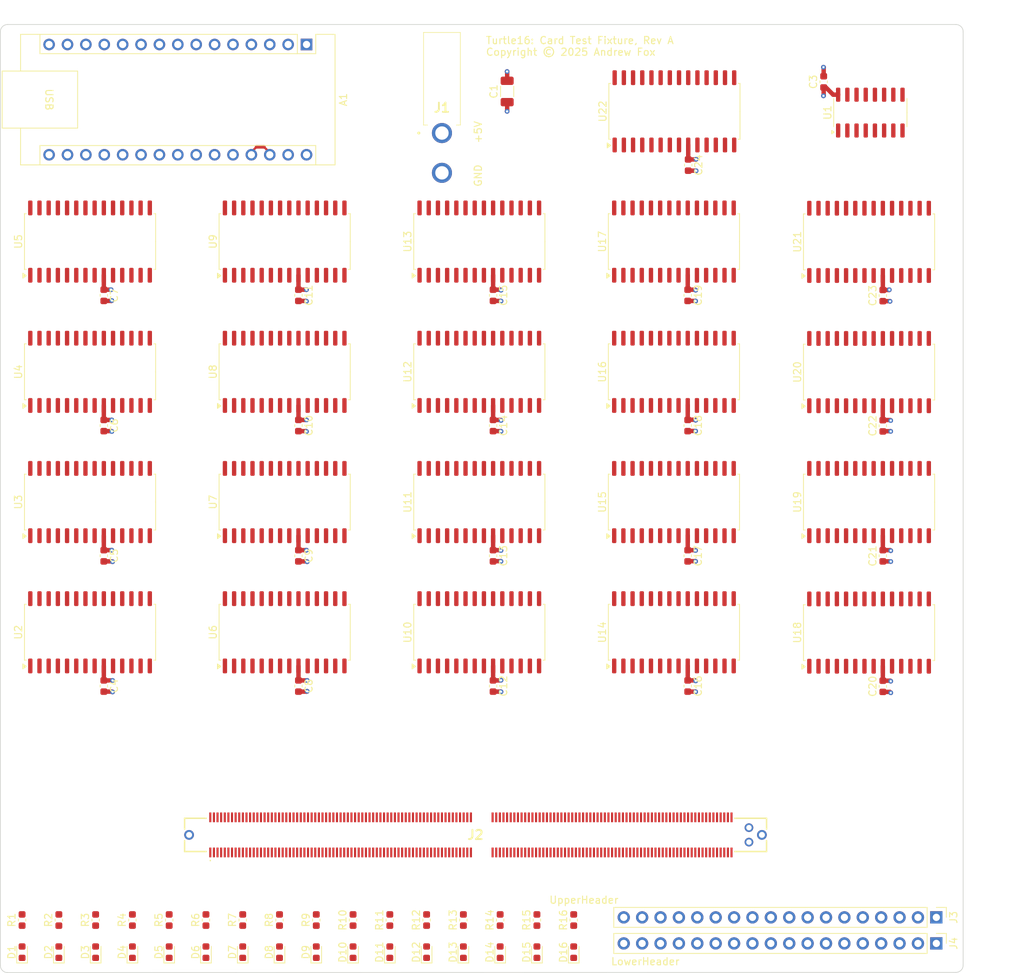
<source format=kicad_pcb>
(kicad_pcb (version 20241229) (generator "pcbnew") (generator_version "9.0")
  (title_block (title "Turtle16: Main Board") (date "2025-07-31") (rev "A") (comment 4 "Processor board of the Turtle16 sixteen-bit microcomputer"))
  (layers (0 "F.Cu" signal) (4 "In1.Cu" power) (6 "In2.Cu" signal) (8 "In3.Cu" power) (10 "In4.Cu" power) (2 "B.Cu" signal) (13 "F.Paste" user) (15 "B.Paste" user) (5 "F.SilkS" user "F.Silkscreen") (7 "B.SilkS" user "B.Silkscreen") (1 "F.Mask" user) (3 "B.Mask" user) (25 "Edge.Cuts" user))
  (net 0 "")
  (net 1 "GND")
  (net 2 "VCC")
  (net 4 "Net-(D1-K)")
  (net 11 "/Arduino/SSA0")
  (net 17 "/MOSI")
  (net 18 "/Arduino/SSA2")
  (net 19 "/MISO")
  (net 21 "/Arduino/SSA1")
  (net 22 "/Arduino/SS~{E}")
  (net 23 "/SCK")
  (net 25 "/~{RESET}")
  (net 29 "/GPIO280")
  (net 30 "/GPIO281")
  (net 31 "/GPIO282")
  (net 32 "Net-(D4-K)")
  (net 33 "/GPIO283")
  (net 34 "/GPIO284")
  (net 35 "Net-(D5-K)")
  (net 36 "/GPIO285")
  (net 37 "Net-(D6-K)")
  (net 38 "Net-(D7-K)")
  (net 39 "/GPIO286")
  (net 40 "/GPIO287")
  (net 41 "Net-(D8-K)")
  (net 42 "Net-(D9-K)")
  (net 43 "/GPIO288")
  (net 44 "Net-(D10-K)")
  (net 45 "/GPIO289")
  (net 46 "/GPIO290")
  (net 47 "Net-(D11-K)")
  (net 48 "/GPIO291")
  (net 49 "Net-(D12-K)")
  (net 50 "/GPIO292")
  (net 51 "Net-(D13-K)")
  (net 52 "Net-(D14-K)")
  (net 53 "/GPIO293")
  (net 54 "Net-(D15-K)")
  (net 55 "/GPIO294")
  (net 56 "/GPIO295")
  (net 57 "Net-(D16-K)")
  (net 58 "/GPIO278")
  (net 59 "/GPIO54")
  (net 60 "/GPIO181")
  (net 61 "/GPIO151")
  (net 62 "/GPIO87")
  (net 63 "/GPIO126")
  (net 64 "/GPIO94")
  (net 65 "/GPIO180")
  (net 66 "/GPIO62")
  (net 67 "/GPIO187")
  (net 68 "/GPIO41")
  (net 69 "/GPIO159")
  (net 70 "/GPIO116")
  (net 71 "/GPIO183")
  (net 72 "/GPIO217")
  (net 73 "/GPIO177")
  (net 74 "/GPIO133")
  (net 75 "/GPIO279")
  (net 76 "/GPIO142")
  (net 77 "/GPIO102")
  (net 78 "/GPIO47")
  (net 79 "/GPIO124")
  (net 80 "/GPIO16")
  (net 81 "/GPIO117")
  (net 82 "/GPIO268")
  (net 83 "/GPIO277")
  (net 84 "/GPIO243")
  (net 85 "/GPIO249")
  (net 86 "/GPIO107")
  (net 87 "/GPIO152")
  (net 88 "/GPIO229")
  (net 89 "/GPIO274")
  (net 90 "/GPIO66")
  (net 91 "/GPIO51")
  (net 92 "/GPIO28")
  (net 93 "/GPIO14")
  (net 94 "/GPIO226")
  (net 95 "/GPIO271")
  (net 96 "/GPIO216")
  (net 97 "/GPIO95")
  (net 98 "/GPIO264")
  (net 99 "/GPIO179")
  (net 100 "/GPIO260")
  (net 101 "/GPIO164")
  (net 102 "/GPIO43")
  (net 103 "/GPIO240")
  (net 104 "/GPIO23")
  (net 105 "/GPIO215")
  (net 106 "/GPIO63")
  (net 107 "/GPIO171")
  (net 108 "/GPIO136")
  (net 109 "/GPIO250")
  (net 110 "/GPIO118")
  (net 111 "/GPIO236")
  (net 112 "/GPIO238")
  (net 113 "/GPIO98")
  (net 114 "/GPIO245")
  (net 115 "/GPIO247")
  (net 116 "/GPIO38")
  (net 117 "/GPIO263")
  (net 118 "/GPIO248")
  (net 119 "/GPIO209")
  (net 120 "/GPIO92")
  (net 121 "/GPIO32")
  (net 122 "/GPIO275")
  (net 123 "/GPIO214")
  (net 124 "/GPIO189")
  (net 125 "/GPIO232")
  (net 126 "/GPIO99")
  (net 127 "/GPIO246")
  (net 128 "/GPIO18")
  (net 129 "/GPIO25")
  (net 130 "/GPIO86")
  (net 131 "/GPIO125")
  (net 132 "/GPIO114")
  (net 133 "/GPIO29")
  (net 134 "/GPIO115")
  (net 135 "/GPIO20")
  (net 136 "/GPIO26")
  (net 137 "/GPIO267")
  (net 138 "/GPIO175")
  (net 139 "/GPIO234")
  (net 140 "/GPIO194")
  (net 141 "/GPIO210")
  (net 142 "/GPIO202")
  (net 143 "/GPIO90")
  (net 144 "/GPIO172")
  (net 145 "/GPIO61")
  (net 146 "/GPIO242")
  (net 147 "/GPIO31")
  (net 148 "/GPIO188")
  (net 149 "/GPIO167")
  (net 150 "/GPIO89")
  (net 151 "/GPIO76")
  (net 152 "/GPIO93")
  (net 153 "/GPIO244")
  (net 154 "/GPIO262")
  (net 155 "/GPIO160")
  (net 156 "/GPIO67")
  (net 157 "/GPIO128")
  (net 158 "/GPIO85")
  (net 159 "/GPIO60")
  (net 160 "/GPIO64")
  (net 161 "/GPIO273")
  (net 162 "/GPIO27")
  (net 163 "/GPIO71")
  (net 164 "/GPIO97")
  (net 165 "/GPIO213")
  (net 166 "/GPIO203")
  (net 167 "/GPIO221")
  (net 168 "/GPIO201")
  (net 169 "/GPIO166")
  (net 170 "/GPIO55")
  (net 171 "/GPIO113")
  (net 172 "/GPIO173")
  (net 173 "/GPIO81")
  (net 174 "/GPIO57")
  (net 175 "/GPIO101")
  (net 176 "/GPIO110")
  (net 177 "/GPIO147")
  (net 178 "/GPIO165")
  (net 179 "/GPIO176")
  (net 180 "/GPIO168")
  (net 181 "/GPIO184")
  (net 182 "/GPIO127")
  (net 183 "/GPIO120")
  (net 184 "/GPIO200")
  (net 185 "/GPIO121")
  (net 186 "/GPIO37")
  (net 187 "/GPIO80")
  (net 188 "/GPIO186")
  (net 189 "/GPIO233")
  (net 190 "/GPIO254")
  (net 191 "/GPIO144")
  (net 192 "/GPIO256")
  (net 193 "/GPIO230")
  (net 194 "/GPIO169")
  (net 195 "/GPIO198")
  (net 196 "/GPIO157")
  (net 197 "/GPIO75")
  (net 198 "/GPIO239")
  (net 199 "/GPIO139")
  (net 200 "/GPIO1")
  (net 201 "/GPIO104")
  (net 202 "/GPIO204")
  (net 203 "/GPIO103")
  (net 204 "/GPIO35")
  (net 205 "/GPIO105")
  (net 206 "/GPIO48")
  (net 207 "/GPIO270")
  (net 208 "/GPIO228")
  (net 209 "/GPIO231")
  (net 210 "/GPIO223")
  (net 211 "/GPIO36")
  (net 212 "/GPIO208")
  (net 213 "/GPIO219")
  (net 214 "/GPIO131")
  (net 215 "/GPIO257")
  (net 216 "/GPIO109")
  (net 217 "/GPIO190")
  (net 218 "/GPIO100")
  (net 219 "/GPIO235")
  (net 220 "/GPIO261")
  (net 221 "/GPIO197")
  (net 222 "/GPIO119")
  (net 223 "/GPIO72")
  (net 224 "/GPIO162")
  (net 225 "/GPIO211")
  (net 226 "/GPIO108")
  (net 227 "/GPIO59")
  (net 228 "/GPIO53")
  (net 229 "/GPIO58")
  (net 230 "/GPIO193")
  (net 231 "/GPIO34")
  (net 232 "/GPIO170")
  (net 233 "/GPIO19")
  (net 234 "/GPIO253")
  (net 235 "/GPIO56")
  (net 236 "/GPIO185")
  (net 237 "/GPIO251")
  (net 238 "/GPIO191")
  (net 239 "/GPIO182")
  (net 240 "/GPIO141")
  (net 241 "/GPIO46")
  (net 242 "/GPIO49")
  (net 243 "/GPIO2")
  (net 244 "/GPIO77")
  (net 245 "/GPIO111")
  (net 246 "/GPIO207")
  (net 247 "/GPIO163")
  (net 248 "/GPIO44")
  (net 249 "/GPIO83")
  (net 250 "/GPIO224")
  (net 251 "/GPIO158")
  (net 252 "/GPIO153")
  (net 253 "/GPIO65")
  (net 254 "/GPIO143")
  (net 255 "/GPIO88")
  (net 256 "/GPIO17")
  (net 257 "/GPIO69")
  (net 258 "/GPIO276")
  (net 259 "/GPIO84")
  (net 260 "/GPIO96")
  (net 261 "/GPIO241")
  (net 262 "/GPIO178")
  (net 263 "/GPIO237")
  (net 264 "/GPIO134")
  (net 265 "/GPIO40")
  (net 266 "/GPIO220")
  (net 267 "/GPIO129")
  (net 268 "/GPIO52")
  (net 269 "/GPIO30")
  (net 270 "/GPIO15")
  (net 271 "/GPIO255")
  (net 272 "/GPIO269")
  (net 273 "/GPIO33")
  (net 274 "/GPIO24")
  (net 275 "/GPIO155")
  (net 276 "/GPIO135")
  (net 277 "/GPIO218")
  (net 278 "/GPIO22")
  (net 279 "/GPIO199")
  (net 280 "/GPIO258")
  (net 281 "/GPIO252")
  (net 282 "/GPIO259")
  (net 283 "/GPIO154")
  (net 284 "/GPIO161")
  (net 285 "/GPIO196")
  (net 286 "/GPIO122")
  (net 287 "/GPIO39")
  (net 288 "/GPIO21")
  (net 289 "/GPIO227")
  (net 290 "/GPIO50")
  (net 291 "/GPIO138")
  (net 292 "/GPIO148")
  (net 293 "/GPIO12")
  (net 294 "/GPIO13")
  (net 295 "/GPIO42")
  (net 296 "/GPIO156")
  (net 297 "/GPIO192")
  (net 298 "/GPIO112")
  (net 299 "/GPIO78")
  (net 300 "Net-(D2-K)")
  (net 301 "Net-(D3-K)")
  (net 302 "/GPIO74")
  (net 303 "/GPIO140")
  (net 304 "/GPIO70")
  (net 305 "/GPIO174")
  (net 306 "/GPIO225")
  (net 307 "/GPIO137")
  (net 308 "/GPIO45")
  (net 309 "/GPIO222")
  (net 310 "/GPIO205")
  (net 311 "/GPIO132")
  (net 312 "/GPIO272")
  (net 313 "/GPIO145")
  (net 314 "/GPIO266")
  (net 315 "/GPIO195")
  (net 316 "/GPIO68")
  (net 317 "/GPIO265")
  (net 318 "/GPIO212")
  (net 319 "/GPIO91")
  (net 320 "/GPIO106")
  (net 321 "/GPIO123")
  (net 322 "/GPIO0")
  (net 323 "/GPIO130")
  (net 324 "/GPIO206")
  (net 325 "/GPIO3")
  (net 326 "/GPIO150")
  (net 327 "/GPIO79")
  (net 328 "/GPIO82")
  (net 329 "/GPIO146")
  (net 330 "/GPIO73")
  (net 331 "/GPIO149")
  (net 332 "/GPIO316")
  (net 333 "/GPIO327")
  (net 334 "/GPIO317")
  (net 335 "/GPIO320")
  (net 336 "/GPIO312")
  (net 337 "/GPIO326")
  (net 338 "/GPIO319")
  (net 339 "/GPIO323")
  (net 340 "/GPIO314")
  (net 341 "/GPIO321")
  (net 342 "/GPIO315")
  (net 343 "/GPIO324")
  (net 344 "/GPIO325")
  (net 345 "/GPIO322")
  (net 346 "/GPIO313")
  (net 347 "/GPIO318")
  (net 348 "/GPIO307")
  (net 349 "/GPIO298")
  (net 350 "/GPIO306")
  (net 351 "/GPIO296")
  (net 352 "/GPIO311")
  (net 353 "/GPIO328")
  (net 354 "/GPIO303")
  (net 355 "/GPIO302")
  (net 356 "/GPIO300")
  (net 357 "/GPIO308")
  (net 358 "/GPIO310")
  (net 359 "/GPIO329")
  (net 360 "/GPIO301")
  (net 361 "/GPIO299")
  (net 362 "/GPIO297")
  (net 363 "/GPIO304")
  (net 364 "/GPIO305")
  (net 365 "/GPIO309")
  (net 366 "/~{SS}2")
  (net 367 "/~{SS}6")
  (net 368 "/~{SS}5")
  (net 369 "/~{SS}1")
  (net 370 "/~{SS}3")
  (net 371 "/~{SS}0")
  (net 372 "/~{SS}4")
  (net 373 "/~{SS}7")
  (net 374 "/GPIO10")
  (net 375 "/GPIO7")
  (net 376 "/GPIO8")
  (net 377 "/GPIO9")
  (net 378 "/GPIO6")
  (net 379 "/GPIO11")
  (net 380 "/GPIO5")
  (net 381 "/GPIO4")
  (net 430 "Net-(A1-+5V)")
  (footprint "Capacitor_SMD:C_0603_1608Metric" (layer "F.Cu") (at 88.08 153.1675 90)
    (property "Reference" "R2")
    (property "Value" "270R")
  )
  (footprint "Package_SO:SOIC-28W_7.5x17.9mm_P1.27mm" (layer "F.Cu") (at 200 95.4 90)
    (property "Reference" "U19")
    (property "Value" "MCP23S17_SO")
  )
  (footprint "Capacitor_SMD:C_0603_1608Metric" (layer "F.Cu") (at 174.95276 66.825 -90)
    (property "Reference" "C19")
    (property "Value" "0.1uF")
  )
  (footprint "Capacitor_SMD:C_0603_1608Metric" (layer "F.Cu") (at 103.32 153.1675 90)
    (property "Reference" "R5")
    (property "Value" "270R")
  )
  (footprint "LED_SMD:LED_0603_1608Metric" (layer "F.Cu") (at 103.32 157.6125 90)
    (property "Reference" "D5")
    (property "Value" "Red")
  )
  (footprint "Capacitor_SMD:C_0603_1608Metric" (layer "F.Cu") (at 174.95276 84.825 -90)
    (property "Reference" "C18")
    (property "Value" "0.1uF")
  )
  (footprint "Capacitor_SMD:C_0603_1608Metric" (layer "F.Cu") (at 128.72 153.1675 90)
    (property "Reference" "R10")
    (property "Value" "270R")
  )
  (footprint "Capacitor_SMD:C_0603_1608Metric" (layer "F.Cu") (at 159.2 153.1675 90)
    (property "Reference" "R16")
    (property "Value" "270R")
  )
  (footprint "Capacitor_SMD:C_0603_1608Metric" (layer "F.Cu") (at 175.01876 48.825 -90)
    (property "Reference" "C24")
    (property "Value" "0.1uF")
  )
  (footprint "Capacitor_SMD:C_0603_1608Metric" (layer "F.Cu") (at 201.905 102.825 -90)
    (property "Reference" "C21")
    (property "Value" "0.1uF")
  )
  (footprint "LED_SMD:LED_0603_1608Metric" (layer "F.Cu") (at 113.48 157.6125 90)
    (property "Reference" "D7")
    (property "Value" "Red")
  )
  (footprint "Capacitor_SMD:C_0603_1608Metric" (layer "F.Cu") (at 118.56 153.1675 90)
    (property "Reference" "R8")
    (property "Value" "270R")
  )
  (footprint "Package_SO:SOIC-28W_7.5x17.9mm_P1.27mm" (layer "F.Cu") (at 119.275279 77.4 90)
    (property "Reference" "U8")
    (property "Value" "MCP23S17_SO")
  )
  (footprint "Capacitor_SMD:C_0603_1608Metric" (layer "F.Cu") (at 93.16 153.1675 90)
    (property "Reference" "R3")
    (property "Value" "270R")
  )
  (footprint "Capacitor_SMD:C_0603_1608Metric" (layer "F.Cu") (at 148.06652 102.825 -90)
    (property "Reference" "C13")
    (property "Value" "0.1uF")
  )
  (footprint "Connector_PinHeader_2.54mm:PinHeader_1x18_P2.54mm_Vertical" (layer "F.Cu") (at 209.294039 152.8 -90)
    (property "Reference" "J3")
    (property "Value" "UpperHeader")
  )
  (footprint "Capacitor_SMD:C_0603_1608Metric" (layer "F.Cu") (at 138.88 153.1675 90)
    (property "Reference" "R12")
    (property "Value" "270R")
  )
  (footprint "LED_SMD:LED_0603_1608Metric" (layer "F.Cu") (at 143.96 157.6125 90)
    (property "Reference" "D13")
    (property "Value" "Red")
  )
  (footprint "LED_SMD:LED_0603_1608Metric" (layer "F.Cu") (at 83 157.6125 90)
    (property "Reference" "D1")
    (property "Value" "Red")
  )
  (footprint "LED_SMD:LED_0603_1608Metric" (layer "F.Cu") (at 88.08 157.6125 90)
    (property "Reference" "D2")
    (property "Value" "Red")
  )
  (footprint "Package_SO:SOIC-28W_7.5x17.9mm_P1.27mm" (layer "F.Cu") (at 173.04776 113.4 90)
    (property "Reference" "U14")
    (property "Value" "MCP23S17_SO")
  )
  (footprint "LED_SMD:LED_0603_1608Metric" (layer "F.Cu") (at 93.16 157.6125 90)
    (property "Reference" "D3")
    (property "Value" "Red")
  )
  (footprint "Package_SO:SOIC-28W_7.5x17.9mm_P1.27mm" (layer "F.Cu") (at 146.16152 59.4 90)
    (property "Reference" "U13")
    (property "Value" "MCP23S17_SO")
  )
  (footprint "Package_SO:SOIC-28W_7.5x17.9mm_P1.27mm" (layer "F.Cu") (at 92.389039 77.4 90)
    (property "Reference" "U4")
    (property "Value" "MCP23S17_SO")
  )
  (footprint "Capacitor_SMD:C_0603_1608Metric" (layer "F.Cu") (at 133.8 153.1675 90)
    (property "Reference" "R11")
    (property "Value" "270R")
  )
  (footprint "Connector_PinHeader_2.54mm:PinHeader_1x18_P2.54mm_Vertical" (layer "F.Cu") (at 209.294039 156.4 -90)
    (property "Reference" "J4")
    (property "Value" "LowerHeader")
  )
  (footprint "LED_SMD:LED_0603_1608Metric" (layer "F.Cu") (at 108.4 157.6125 90)
    (property "Reference" "D6")
    (property "Value" "Red")
  )
  (footprint "Capacitor_SMD:C_0603_1608Metric" (layer "F.Cu") (at 113.48 153.1675 90)
    (property "Reference" "R7")
    (property "Value" "270R")
  )
  (footprint "Package_SO:SOIC-28W_7.5x17.9mm_P1.27mm" (layer "F.Cu") (at 146.16152 95.4 90)
    (property "Reference" "U11")
    (property "Value" "MCP23S17_SO")
  )
  (footprint "Package_SO:SOIC-16_3.9x9.9mm_P1.27mm" (layer "F.Cu") (at 200.175 41.575 90)
    (property "Reference" "U1")
    (property "Value" "74HC138")
  )
  (footprint "Capacitor_SMD:C_0603_1608Metric" (layer "F.Cu") (at 94.294039 66.825 -90)
    (property "Reference" "C7")
    (property "Value" "0.1uF")
  )
  (footprint "NetTie:NetTie-2_SMD_Pad0.5mm" (layer "F.Cu") (at 115.9 46.3)
    (property "Reference" "NT1" (hide yes))
    (property "Value" "NetTie_2" (hide yes))
  )
  (footprint "Turtle16:MEC514001LDVW1K" (layer "F.Cu") (at 145.64391 141.4)
    (property "Reference" "J2")
    (property "Value" "MEC5-140-01-L-DV-W1-K" (hide yes))
  )
  (footprint "Package_SO:SOIC-28W_7.5x17.9mm_P1.27mm" (layer "F.Cu") (at 92.389039 113.4 90)
    (property "Reference" "U2")
    (property "Value" "MCP23S17_SO")
  )
  (footprint "Package_SO:SOIC-28W_7.5x17.9mm_P1.27mm" (layer "F.Cu") (at 200 77.4375 90)
    (property "Reference" "U20")
    (property "Value" "MCP23S17_SO")
  )
  (footprint "Package_SO:SOIC-28W_7.5x17.9mm_P1.27mm" (layer "F.Cu") (at 173.04776 77.4 90)
    (property "Reference" "U16")
    (property "Value" "MCP23S17_SO")
  )
  (footprint "Capacitor_SMD:C_0603_1608Metric" (layer "F.Cu") (at 148.06652 84.825 -90)
    (property "Reference" "C14")
    (property "Value" "0.1uF")
  )
  (footprint "LED_SMD:LED_0603_1608Metric" (layer "F.Cu") (at 128.72 157.6125 90)
    (property "Reference" "D10")
    (property "Value" "Red")
  )
  (footprint "Capacitor_SMD:C_0603_1608Metric" (layer "F.Cu") (at 123.64 153.1675 90)
    (property "Reference" "R9")
    (property "Value" "270R")
  )
  (footprint "Package_SO:SOIC-28W_7.5x17.9mm_P1.27mm" (layer "F.Cu") (at 92.389039 95.4 90)
    (property "Reference" "U3")
    (property "Value" "MCP23S17_SO")
  )
  (footprint "Capacitor_SMD:C_0603_1608Metric" (layer "F.Cu") (at 121.180279 66.825 -90)
    (property "Reference" "C11")
    (property "Value" "0.1uF")
  )
  (footprint "Capacitor_SMD:C_0603_1608Metric" (layer "F.Cu") (at 174.95276 120.825 -90)
    (property "Reference" "C16")
    (property "Value" "0.1uF")
  )
  (footprint "Capacitor_SMD:C_0603_1608Metric" (layer "F.Cu") (at 108.4 153.1675 90)
    (property "Reference" "R6")
    (property "Value" "270R")
  )
  (footprint "Package_SO:SOIC-28W_7.5x17.9mm_P1.27mm" (layer "F.Cu") (at 173.04776 95.4 90)
    (property "Reference" "U15")
    (property "Value" "MCP23S17_SO")
  )
  (footprint "Capacitor_SMD:C_0603_1608Metric" (layer "F.Cu") (at 143.96 153.1675 90)
    (property "Reference" "R13")
    (property "Value" "270R")
  )
  (footprint "Package_SO:SOIC-28W_7.5x17.9mm_P1.27mm" (layer "F.Cu") (at 146.16152 77.4 90)
    (property "Reference" "U12")
    (property "Value" "MCP23S17_SO")
  )
  (footprint "Capacitor_SMD:C_0603_1608Metric" (layer "F.Cu") (at 121.180279 84.825 -90)
    (property "Reference" "C10")
    (property "Value" "0.1uF")
  )
  (footprint "Capacitor_SMD:C_0603_1608Metric" (layer "F.Cu") (at 193.73 37.325 90)
    (property "Reference" "C3")
    (property "Value" "0.1uF")
  )
  (footprint "Package_SO:SOIC-28W_7.5x17.9mm_P1.27mm" (layer "F.Cu") (at 119.275279 95.4 90)
    (property "Reference" "U7")
    (property "Value" "MCP23S17_SO")
  )
  (footprint "Capacitor_SMD:C_0603_1608Metric" (layer "F.Cu") (at 148.06652 66.825 -90)
    (property "Reference" "C15")
    (property "Value" "0.1uF")
  )
  (footprint "Capacitor_SMD:C_0603_1608Metric" (layer "F.Cu") (at 83 153.1675 90)
    (property "Reference" "R1")
    (property "Value" "270R")
  )
  (footprint "Capacitor_SMD:C_0603_1608Metric" (layer "F.Cu") (at 174.95276 102.825 -90)
    (property "Reference" "C17")
    (property "Value" "0.1uF")
  )
  (footprint "Package_SO:SOIC-28W_7.5x17.9mm_P1.27mm" (layer "F.Cu") (at 119.275279 113.4 90)
    (property "Reference" "U6")
    (property "Value" "MCP23S17_SO")
  )
  (footprint "Capacitor_SMD:C_0603_1608Metric" (layer "F.Cu") (at 201.905 66.8625 -90)
    (property "Reference" "C23")
    (property "Value" "0.1uF")
  )
  (footprint "Package_SO:SOIC-28W_7.5x17.9mm_P1.27mm" (layer "F.Cu") (at 200 59.4375 90)
    (property "Reference" "U21")
    (property "Value" "MCP23S17_SO")
  )
  (footprint "LED_SMD:LED_0603_1608Metric" (layer "F.Cu") (at 154.12 157.6125 90)
    (property "Reference" "D15")
    (property "Value" "Red")
  )
  (footprint "LED_SMD:LED_0603_1608Metric" (layer "F.Cu") (at 133.8 157.6125 90)
    (property "Reference" "D11")
    (property "Value" "Red")
  )
  (footprint "LED_SMD:LED_0603_1608Metric" (layer "F.Cu") (at 118.56 157.6125 90)
    (property "Reference" "D8")
    (property "Value" "Red")
  )
  (footprint "Capacitor_SMD:C_0603_1608Metric" (layer "F.Cu") (at 148.06652 120.825 -90)
    (property "Reference" "C12")
    (property "Value" "0.1uF")
  )
  (footprint "Package_SO:SOIC-28W_7.5x17.9mm_P1.27mm" (layer "F.Cu") (at 92.389039 59.4 90)
    (property "Reference" "U5")
    (property "Value" "MCP23S17_SO")
  )
  (footprint "LED_SMD:LED_0603_1608Metric" (layer "F.Cu") (at 159.2 157.6125 90)
    (property "Reference" "D16")
    (property "Value" "Red")
  )
  (footprint "Package_SO:SOIC-28W_7.5x17.9mm_P1.27mm" (layer "F.Cu") (at 173.11376 41.4 90)
    (property "Reference" "U22")
    (property "Value" "MCP23S17_SO")
  )
  (footprint "Package_SO:SOIC-28W_7.5x17.9mm_P1.27mm" (layer "F.Cu") (at 119.275279 59.4 90)
    (property "Reference" "U9")
    (property "Value" "MCP23S17_SO")
  )
  (footprint "Capacitor_SMD:C_1206_3216Metric" (layer "F.Cu") (at 150.007594 38.653038 90)
    (property "Reference" "C1")
    (property "Value" "100uF")
  )
  (footprint "Capacitor_SMD:C_0603_1608Metric" (layer "F.Cu") (at 94.294039 120.825 -90)
    (property "Reference" "C4")
    (property "Value" "0.1uF")
  )
  (footprint "Capacitor_SMD:C_0603_1608Metric" (layer "F.Cu") (at 94.294039 102.825 -90)
    (property "Reference" "C5")
    (property "Value" "0.1uF")
  )
  (footprint "Module:Arduino_Nano" (layer "F.Cu") (at 122.294039 32.16 -90)
    (property "Reference" "A1")
    (property "Value" "Arduino_Nano_Every")
  )
  (footprint "Capacitor_SMD:C_0603_1608Metric" (layer "F.Cu") (at 154.12 153.1675 90)
    (property "Reference" "R15")
    (property "Value" "270R")
  )
  (footprint "Package_SO:SOIC-28W_7.5x17.9mm_P1.27mm" (layer "F.Cu") (at 173.04776 59.4 90)
    (property "Reference" "U17")
    (property "Value" "MCP23S17_SO")
  )
  (footprint "Turtle16:172448-0002" (layer "F.Cu") (at 141 44.4 180)
    (property "Reference" "J1")
    (property "Value" "Power" (hide yes))
  )
  (footprint "Capacitor_SMD:C_0603_1608Metric" (layer "F.Cu") (at 121.180279 120.825 -90)
    (property "Reference" "C8")
    (property "Value" "0.1uF")
  )
  (footprint "LED_SMD:LED_0603_1608Metric" (layer "F.Cu") (at 123.64 157.6125 90)
    (property "Reference" "D9")
    (property "Value" "Red")
  )
  (footprint "LED_SMD:LED_0603_1608Metric" (layer "F.Cu") (at 149.04 157.6125 90)
    (property "Reference" "D14")
    (property "Value" "Red")
  )
  (footprint "Package_SO:SOIC-28W_7.5x17.9mm_P1.27mm" (layer "F.Cu") (at 200 113.4375 90)
    (property "Reference" "U18")
    (property "Value" "MCP23S17_SO")
  )
  (footprint "Capacitor_SMD:C_0603_1608Metric" (layer "F.Cu") (at 201.905 84.8625 -90)
    (property "Reference" "C22")
    (property "Value" "0.1uF")
  )
  (footprint "Capacitor_SMD:C_0603_1608Metric" (layer "F.Cu") (at 98.24 153.1675 90)
    (property "Reference" "R4")
    (property "Value" "270R")
  )
  (footprint "LED_SMD:LED_0603_1608Metric" (layer "F.Cu") (at 138.88 157.6125 90)
    (property "Reference" "D12")
    (property "Value" "Red")
  )
  (footprint "Capacitor_SMD:C_0603_1608Metric" (layer "F.Cu") (at 121.180279 102.825 -90)
    (property "Reference" "C9")
    (property "Value" "0.1uF")
  )
  (footprint "Capacitor_SMD:C_0603_1608Metric" (layer "F.Cu") (at 94.294039 84.825 -90)
    (property "Reference" "C6")
    (property "Value" "0.1uF")
  )
  (footprint "Capacitor_SMD:C_0603_1608Metric" (layer "F.Cu") (at 201.905 120.8625 -90)
    (property "Reference" "C20")
    (property "Value" "0.1uF")
  )
  (footprint "LED_SMD:LED_0603_1608Metric" (layer "F.Cu") (at 98.24 157.6125 90)
    (property "Reference" "D4")
    (property "Value" "Red")
  )
  (footprint "Capacitor_SMD:C_0603_1608Metric" (layer "F.Cu") (at 149.04 153.1675 90)
    (property "Reference" "R14")
    (property "Value" "270R")
  )
  (footprint "Package_SO:SOIC-28W_7.5x17.9mm_P1.27mm" (layer "F.Cu") (at 146.16152 113.4 90)
    (property "Reference" "U10")
    (property "Value" "MCP23S17_SO")
  )
  (gr_line (start 212.000269 160.400269) (end 81.001951 160.435546) (stroke (width 0.1)) (layer "Edge.Cuts"))
  (gr_arc (start 80.000013 30.400013) (mid 80.292902 29.692898) (end 81.000013 29.4) (stroke (width 0.1)) (layer "Edge.Cuts"))
  (gr_line (start 80.000013 30.400013) (end 80.001682 159.435559) (stroke (width 0.1)) (layer "Edge.Cuts"))
  (gr_arc (start 81.001951 160.435546) (mid 80.294675 160.142753) (end 80.001682 159.435559) (stroke (width 0.1)) (layer "Edge.Cuts"))
  (gr_line (start 81.000013 29.4) (end 212 29.4) (stroke (width 0.1)) (layer "Edge.Cuts"))
  (gr_arc (start 213 159.400269) (mid 212.707213 160.107301) (end 212.000269 160.400269) (stroke (width 0.1)) (layer "Edge.Cuts"))
  (gr_line (start 213 30.4) (end 213 159.400269) (stroke (width 0.1)) (layer "Edge.Cuts"))
  (gr_arc (start 212 29.4) (mid 212.707107 29.692893) (end 213 30.4) (stroke (width 0.1)) (layer "Edge.Cuts"))
  (gr_text "GND" (at 146 51.9 90) (layer "F.SilkS") (effects (font (size 1 1)) (justify left)))
  (gr_text "Turtle16: Card Test Fixture, Rev A\nCopyright © 2025 Andrew Fox" (at 147 32.4 0) (layer "F.SilkS") (effects (font (size 1 1)) (justify left)))
  (gr_text "+5V" (at 146 45.9 90) (layer "F.SilkS") (effects (font (size 1 1)) (justify left)))
  (segment (start 122.330279 103.6) (end 122.380279 103.65) (width 0.6096) (layer "F.Cu") (net 1))
  (segment (start 201.905 67.6375) (end 202.875444 67.6375) (width 0.6096) (layer "F.Cu") (net 1))
  (segment (start 150.007594 37.178038) (end 150.007594 35.907594) (width 0.6096) (layer "F.Cu") (net 1))
  (segment (start 150.007594 35.907594) (end 150 35.9) (width 0.6096) (layer "F.Cu") (net 1))
  (segment (start 201.897406 85.609462) (end 202.96785 85.609462) (width 0.6096) (layer "F.Cu") (net 1))
  (segment (start 94.294039 67.6) (end 95.344039 67.6) (width 0.6096) (layer "F.Cu") (net 1))
  (segment (start 94.294039 103.6) (end 95.444039 103.6) (width 0.6096) (layer "F.Cu") (net 1))
  (segment (start 174.95276 67.6) (end 176.023204 67.6) (width 0.6096) (layer "F.Cu") (net 1))
  (segment (start 122.230279 85.6) (end 122.280279 85.65) (width 0.6096) (layer "F.Cu") (net 1))
  (segment (start 201.905 121.6375) (end 202.875444 121.6375) (width 0.6096) (layer "F.Cu") (net 1))
  (segment (start 148.06652 67.6) (end 149.136964 67.6) (width 0.6096) (layer "F.Cu") (net 1))
  (segment (start 94.294039 121.6) (end 95.444039 121.6) (width 0.6096) (layer "F.Cu") (net 1))
  (segment (start 175.01876 49.6) (end 176.089204 49.6) (width 0.6096) (layer "F.Cu") (net 1))
  (segment (start 176.089204 49.6) (end 176.111166 49.621962) (width 0.6096) (layer "F.Cu") (net 1))
  (segment (start 148.06652 121.6) (end 149.136964 121.6) (width 0.6096) (layer "F.Cu") (net 1))
  (segment (start 202.875444 121.6375) (end 202.997406 121.759462) (width 0.6096) (layer "F.Cu") (net 1))
  (segment (start 149.136964 121.6) (end 149.158926 121.621962) (width 0.6096) (layer "F.Cu") (net 1))
  (segment (start 201.905 103.6) (end 202.975444 103.6) (width 0.6096) (layer "F.Cu") (net 1))
  (segment (start 121.180279 85.6) (end 122.230279 85.6) (width 0.6096) (layer "F.Cu") (net 1))
  (segment (start 149.136964 67.6) (end 149.158926 67.621962) (width 0.6096) (layer "F.Cu") (net 1))
  (segment (start 176.023204 67.6) (end 176.045166 67.621962) (width 0.6096) (layer "F.Cu") (net 1))
  (segment (start 94.294039 85.6) (end 95.344039 85.6) (width 0.6096) (layer "F.Cu") (net 1))
  (segment (start 148.058926 103.571962) (end 149.12937 103.571962) (width 0.6096) (layer "F.Cu") (net 1))
  (segment (start 95.444039 103.6) (end 95.494039 103.65) (width 0.6096) (layer "F.Cu") (net 1))
  (segment (start 121.180279 67.6) (end 122.230279 67.6) (width 0.6096) (layer "F.Cu") (net 1))
  (segment (start 174.95276 85.571962) (end 176.023204 85.571962) (width 0.6096) (layer "F.Cu") (net 1))
  (segment (start 95.344039 67.6) (end 95.394039 67.55) (width 0.6096) (layer "F.Cu") (net 1))
  (segment (start 193.73 36.55) (end 193.73 35.33) (width 0.6096) (layer "F.Cu") (net 1))
  (segment (start 202.975444 103.6) (end 202.997406 103.621962) (width 0.6096) (layer "F.Cu") (net 1))
  (segment (start 95.444039 121.6) (end 95.494039 121.65) (width 0.6096) (layer "F.Cu") (net 1))
  (segment (start 122.230279 67.6) (end 122.280279 67.65) (width 0.6096) (layer "F.Cu") (net 1))
  (segment (start 174.95276 121.6) (end 176.023204 121.6) (width 0.6096) (layer "F.Cu") (net 1))
  (segment (start 121.180279 121.6) (end 122.330279 121.6) (width 0.6096) (layer "F.Cu") (net 1))
  (segment (start 202.875444 67.6375) (end 202.897406 67.659462) (width 0.6096) (layer "F.Cu") (net 1))
  (segment (start 176.023204 121.6) (end 176.045166 121.621962) (width 0.6096) (layer "F.Cu") (net 1))
  (segment (start 149.136964 85.6) (end 149.158926 85.621962) (width 0.6096) (layer "F.Cu") (net 1))
  (segment (start 121.180279 103.6) (end 122.330279 103.6) (width 0.6096) (layer "F.Cu") (net 1))
  (segment (start 193.73 35.33) (end 193.7 35.3) (width 0.6096) (layer "F.Cu") (net 1))
  (segment (start 174.945166 103.571962) (end 176.01561 103.571962) (width 0.6096) (layer "F.Cu") (net 1))
  (segment (start 122.330279 121.6) (end 122.380279 121.55) (width 0.6096) (layer "F.Cu") (net 1))
  (segment (start 95.344039 85.6) (end 95.394039 85.65) (width 0.6096) (layer "F.Cu") (net 1))
  (segment (start 148.06652 85.6) (end 149.136964 85.6) (width 0.6096) (layer "F.Cu") (net 1))
  (via (at 176.037572 103.593924) (size 0.65) (drill 0.3) (layers "F.Cu" "B.Cu") (net 1))
  (via (at 176.045166 121.621962) (size 0.65) (drill 0.3) (layers "F.Cu" "B.Cu") (net 1))
  (via (at 176.045166 67.621962) (size 0.65) (drill 0.3) (layers "F.Cu" "B.Cu") (net 1))
  (via (at 202.997406 121.759462) (size 0.65) (drill 0.3) (layers "F.Cu" "B.Cu") (net 1))
  (via (at 150 35.9) (size 0.65) (drill 0.3) (layers "F.Cu" "B.Cu") (net 1))
  (via (at 149.158926 67.621962) (size 0.65) (drill 0.3) (layers "F.Cu" "B.Cu") (net 1))
  (via (at 149.158926 121.621962) (size 0.65) (drill 0.3) (layers "F.Cu" "B.Cu") (net 1))
  (via (at 149.151332 103.593924) (size 0.65) (drill 0.3) (layers "F.Cu" "B.Cu") (net 1))
  (via (at 202.997406 103.621962) (size 0.65) (drill 0.3) (layers "F.Cu" "B.Cu") (net 1))
  (via (at 193.7 35.3) (size 0.65) (drill 0.3) (layers "F.Cu" "B.Cu") (net 1))
  (via (at 176.111166 49.621962) (size 0.65) (drill 0.3) (layers "F.Cu" "B.Cu") (net 1))
  (via (at 122.380279 103.65) (size 0.65) (drill 0.3) (layers "F.Cu" "B.Cu") (net 1))
  (via (at 95.394039 85.65) (size 0.65) (drill 0.3) (layers "F.Cu" "B.Cu") (net 1))
  (via (at 122.280279 67.65) (size 0.65) (drill 0.3) (layers "F.Cu" "B.Cu") (net 1))
  (via (at 122.280279 85.65) (size 0.65) (drill 0.3) (layers "F.Cu" "B.Cu") (net 1))
  (via (at 202.897406 67.659462) (size 0.65) (drill 0.3) (layers "F.Cu" "B.Cu") (net 1))
  (via (at 95.394039 67.55) (size 0.65) (drill 0.3) (layers "F.Cu" "B.Cu") (net 1))
  (via (at 149.158926 85.621962) (size 0.65) (drill 0.3) (layers "F.Cu" "B.Cu") (net 1))
  (via (at 95.494039 103.65) (size 0.65) (drill 0.3) (layers "F.Cu" "B.Cu") (net 1))
  (via (at 122.380279 121.55) (size 0.65) (drill 0.3) (layers "F.Cu" "B.Cu") (net 1))
  (via (at 202.989812 85.631424) (size 0.65) (drill 0.3) (layers "F.Cu" "B.Cu") (net 1))
  (via (at 95.494039 121.65) (size 0.65) (drill 0.3) (layers "F.Cu" "B.Cu") (net 1))
  (via (at 176.045166 85.593924) (size 0.65) (drill 0.3) (layers "F.Cu" "B.Cu") (net 1))
  (segment (start 148.06652 84.05) (end 148.06652 82.05) (width 0.6096) (layer "F.Cu") (net 2))
  (segment (start 174.95276 120.05) (end 175.973204 120.05) (width 0.6096) (layer "F.Cu") (net 2))
  (segment (start 201.905 102.05) (end 202.925444 102.05) (width 0.6096) (layer "F.Cu") (net 2))
  (segment (start 149.086964 84.05) (end 149.158926 84.121962) (width 0.6096) (layer "F.Cu") (net 2))
  (segment (start 150.007594 41.392406) (end 150 41.4) (width 0.6096) (layer "F.Cu") (net 2))
  (segment (start 174.95276 118.05) (end 174.95276 120.05) (width 0.6096) (layer "F.Cu") (net 2))
  (segment (start 121.180279 102.05) (end 122.280279 102.05) (width 0.6096) (layer "F.Cu") (net 2))
  (segment (start 150.007594 40.128038) (end 150.007594 41.392406) (width 0.6096) (layer "F.Cu") (net 2))
  (segment (start 94.294039 102.05) (end 95.394039 102.05) (width 0.6096) (layer "F.Cu") (net 2))
  (segment (start 201.897406 84.059462) (end 202.91785 84.059462) (width 0.6096) (layer "F.Cu") (net 2))
  (segment (start 94.294039 120.05) (end 95.494039 120.05) (width 0.6096) (layer "F.Cu") (net 2))
  (segment (start 148.06652 84.05) (end 149.086964 84.05) (width 0.6096) (layer "F.Cu") (net 2))
  (segment (start 121.180279 66.05) (end 122.280279 66.05) (width 0.6096) (layer "F.Cu") (net 2))
  (segment (start 148.06652 102.05) (end 149.107408 102.05) (width 0.6096) (layer "F.Cu") (net 2))
  (segment (start 201.905 120.0875) (end 202.925444 120.0875) (width 0.6096) (layer "F.Cu") (net 2))
  (segment (start 174.95276 66.05) (end 175.973204 66.05) (width 0.6096) (layer "F.Cu") (net 2))
  (segment (start 174.95276 102.05) (end 174.95276 100.05) (width 0.6096) (layer "F.Cu") (net 2))
  (segment (start 175.993648 102.05) (end 176.037572 102.093924) (width 0.6096) (layer "F.Cu") (net 2))
  (segment (start 193.73 38.1) (end 193.73 39.229556) (width 0.6096) (layer "F.Cu") (net 2))
  (segment (start 201.905 100.05) (end 201.905 102.05) (width 0.6096) (layer "F.Cu") (net 2))
  (segment (start 202.925444 120.0875) (end 202.997406 120.159462) (width 0.6096) (layer "F.Cu") (net 2))
  (segment (start 175.973204 120.05) (end 176.045166 120.121962) (width 0.6096) (layer "F.Cu") (net 2))
  (segment (start 174.95276 82.021962) (end 174.95276 84.021962) (width 0.6096) (layer "F.Cu") (net 2))
  (segment (start 94.294039 84.05) (end 95.394039 84.05) (width 0.6096) (layer "F.Cu") (net 2))
  (segment (start 117.214039 47.114039) (end 116.4 46.3) (width 0.3048) (layer "F.Cu") (net 2))
  (segment (start 148.06652 102.05) (end 148.06652 100.05) (width 0.6096) (layer "F.Cu") (net 2))
  (segment (start 121.180279 84.05) (end 122.280279 84.05) (width 0.6096) (layer "F.Cu") (net 2))
  (segment (start 148.06652 66.05) (end 149.086964 66.05) (width 0.6096) (layer "F.Cu") (net 2))
  (segment (start 94.294039 102.05) (end 94.294039 100.05) (width 0.6096) (layer "F.Cu") (net 2))
  (segment (start 175.01876 46.05) (end 175.01876 48.05) (width 0.6096) (layer "F.Cu") (net 2))
  (segment (start 149.107408 102.05) (end 149.151332 102.093924) (width 0.6096) (layer "F.Cu") (net 2))
  (segment (start 148.06652 120.05) (end 149.130888 120.05) (width 0.6096) (layer "F.Cu") (net 2))
  (segment (start 121.180279 82.05) (end 121.180279 84.05) (width 0.6096) (layer "F.Cu") (net 2))
  (segment (start 174.95276 84.021962) (end 175.973204 84.021962) (width 0.6096) (layer "F.Cu") (net 2))
  (segment (start 202.769368 66.0875) (end 202.797406 66.059462) (width 0.6096) (layer "F.Cu") (net 2))
  (segment (start 121.180279 100.05) (end 121.180279 102.05) (width 0.6096) (layer "F.Cu") (net 2))
  (segment (start 202.925444 102.05) (end 202.997406 102.121962) (width 0.6096) (layer "F.Cu") (net 2))
  (segment (start 94.294039 64.05) (end 94.294039 66.05) (width 0.6096) (layer "F.Cu") (net 2))
  (segment (start 194.044368 38.1) (end 195.044368 39.1) (width 0.6096) (layer "F.Cu") (net 2))
  (segment (start 202.91785 84.059462) (end 202.989812 84.131424) (width 0.6096) (layer "F.Cu") (net 2))
  (segment (start 94.294039 82.05) (end 94.294039 84.05) (width 0.6096) (layer "F.Cu") (net 2))
  (segment (start 201.905 64.0875) (end 201.905 66.0875) (width 0.6096) (layer "F.Cu") (net 2))
  (segment (start 121.180279 120.05) (end 121.180279 118.05) (width 0.6096) (layer "F.Cu") (net 2))
  (segment (start 174.95276 102.05) (end 175.993648 102.05) (width 0.6096) (layer "F.Cu") (net 2))
  (segment (start 175.973204 66.05) (end 176.045166 66.121962) (width 0.6096) (layer "F.Cu") (net 2))
  (segment (start 201.905 118.0875) (end 201.905 120.0875) (width 0.6096) (layer "F.Cu") (net 2))
  (segment (start 148.06652 64.05) (end 148.06652 66.05) (width 0.6096) (layer "F.Cu") (net 2))
  (segment (start 195.044368 39.1) (end 195.73 39.1) (width 0.6096) (layer "F.Cu") (net 2))
  (segment (start 201.897406 82.059462) (end 201.897406 84.059462) (width 0.6096) (layer "F.Cu") (net 2))
  (segment (start 121.180279 64.05) (end 121.180279 66.05) (width 0.6096) (layer "F.Cu") (net 2))
  (segment (start 201.905 66.0875) (end 202.769368 66.0875) (width 0.6096) (layer "F.Cu") (net 2))
  (segment (start 149.086964 66.05) (end 149.158926 66.121962) (width 0.6096) (layer "F.Cu") (net 2))
  (segment (start 176.083128 48.05) (end 176.111166 48.021962) (width 0.6096) (layer "F.Cu") (net 2))
  (segment (start 117.214039 47.4) (end 117.214039 47.114039) (width 0.3048) (layer "F.Cu") (net 2))
  (segment (start 121.180279 120.05) (end 122.380279 120.05) (width 0.6096) (layer "F.Cu") (net 2))
  (segment (start 94.294039 120.05) (end 94.294039 118.05) (width 0.6096) (layer "F.Cu") (net 2))
  (segment (start 193.73 39.229556) (end 193.701962 39.257594) (width 0.6096) (layer "F.Cu") (net 2))
  (segment (start 175.01876 48.05) (end 176.083128 48.05) (width 0.6096) (layer "F.Cu") (net 2))
  (segment (start 175.973204 84.021962) (end 176.045166 84.093924) (width 0.6096) (layer "F.Cu") (net 2))
  (segment (start 174.95276 64.05) (end 174.95276 66.05) (width 0.6096) (layer "F.Cu") (net 2))
  (segment (start 149.130888 120.05) (end 149.158926 120.021962) (width 0.6096) (layer "F.Cu") (net 2))
  (segment (start 94.294039 66.05) (end 95.294039 66.05) (width 0.6096) (layer "F.Cu") (net 2))
  (segment (start 148.06652 118.05) (end 148.06652 120.05) (width 0.6096) (layer "F.Cu") (net 2))
  (via (at 176.045166 66.121962) (size 0.65) (drill 0.3) (layers "F.Cu" "B.Cu") (net 2))
  (via (at 176.045166 120.121962) (size 0.65) (drill 0.3) (layers "F.Cu" "B.Cu") (net 2))
  (via (at 95.494039 120.05) (size 0.65) (drill 0.3) (layers "F.Cu" "B.Cu") (net 2))
  (via (at 122.280279 102.05) (size 0.65) (drill 0.3) (layers "F.Cu" "B.Cu") (net 2))
  (via (at 202.797406 66.059462) (size 0.65) (drill 0.3) (layers "F.Cu" "B.Cu") (net 2))
  (via (at 150 41.4) (size 0.65) (drill 0.3) (layers "F.Cu" "B.Cu") (net 2))
  (via (at 202.997406 120.159462) (size 0.65) (drill 0.3) (layers "F.Cu" "B.Cu") (net 2))
  (via (at 149.158926 120.021962) (size 0.65) (drill 0.3) (layers "F.Cu" "B.Cu") (net 2))
  (via (at 122.380279 120.05) (size 0.65) (drill 0.3) (layers "F.Cu" "B.Cu") (net 2))
  (via (at 95.394039 84.05) (size 0.65) (drill 0.3) (layers "F.Cu" "B.Cu") (net 2))
  (via (at 95.394039 102.05) (size 0.65) (drill 0.3) (layers "F.Cu" "B.Cu") (net 2))
  (via (at 122.280279 66.05) (size 0.65) (drill 0.3) (layers "F.Cu" "B.Cu") (net 2))
  (via (at 202.997406 102.121962) (size 0.65) (drill 0.3) (layers "F.Cu" "B.Cu") (net 2))
  (via (at 176.037572 102.093924) (size 0.65) (drill 0.3) (layers "F.Cu" "B.Cu") (net 2))
  (via (at 176.045166 84.093924) (size 0.65) (drill 0.3) (layers "F.Cu" "B.Cu") (net 2))
  (via (at 149.158926 84.121962) (size 0.65) (drill 0.3) (layers "F.Cu" "B.Cu") (net 2))
  (via (at 122.280279 84.05) (size 0.65) (drill 0.3) (layers "F.Cu" "B.Cu") (net 2))
  (via (at 193.701962 39.257594) (size 0.65) (drill 0.3) (layers "F.Cu" "B.Cu") (net 2))
  (via (at 202.989812 84.131424) (size 0.65) (drill 0.3) (layers "F.Cu" "B.Cu") (net 2))
  (via (at 176.111166 48.021962) (size 0.65) (drill 0.3) (layers "F.Cu" "B.Cu") (net 2))
  (via (at 149.158926 66.121962) (size 0.65) (drill 0.3) (layers "F.Cu" "B.Cu") (net 2))
  (via (at 95.294039 66.05) (size 0.65) (drill 0.3) (layers "F.Cu" "B.Cu") (net 2))
  (via (at 149.151332 102.093924) (size 0.65) (drill 0.3) (layers "F.Cu" "B.Cu") (net 2))
  (segment (start 114.674039 47.025961) (end 115.4 46.3) (width 0.3048) (layer "F.Cu") (net 430))
  (segment (start 114.766445 47.492406) (end 114.674039 47.4) (width 0.6096) (layer "F.Cu") (net 430))
  (segment (start 114.674039 47.4) (end 114.674039 47.025961) (width 0.3048) (layer "F.Cu") (net 430))
)
</source>
